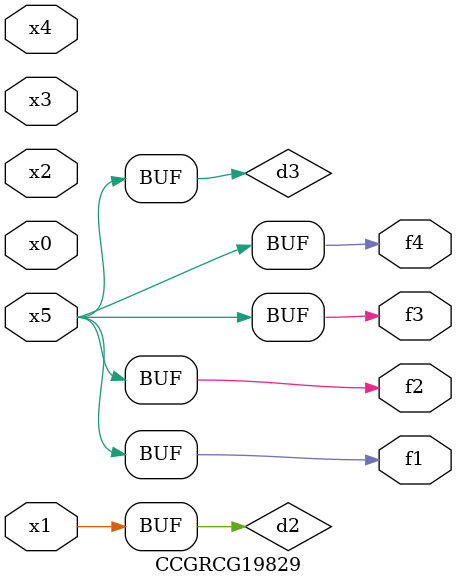
<source format=v>
module CCGRCG19829(
	input x0, x1, x2, x3, x4, x5,
	output f1, f2, f3, f4
);

	wire d1, d2, d3;

	not (d1, x5);
	or (d2, x1);
	xnor (d3, d1);
	assign f1 = d3;
	assign f2 = d3;
	assign f3 = d3;
	assign f4 = d3;
endmodule

</source>
